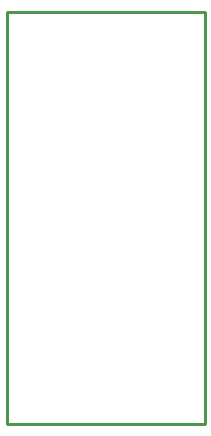
<source format=gko>
G04 Layer: BoardOutline*
G04 EasyEDA v6.4.7, 2020-11-27T10:47:25--5:00*
G04 dd7cd5e760c64df4b839af09766a4cc3,8c855a101c40496d9864c429bd497241,10*
G04 Gerber Generator version 0.2*
G04 Scale: 100 percent, Rotated: No, Reflected: No *
G04 Dimensions in inches *
G04 leading zeros omitted , absolute positions ,2 integer and 4 decimal *
%FSLAX24Y24*%
%MOIN*%
G90*
D02*

%ADD10C,0.010000*%
G54D10*
G01X6600Y0D02*
G01X0Y0D01*
G01X0Y13750D01*
G01X6600Y13750D01*
G01X6600Y0D01*

%LPD*%
M00*
M02*

</source>
